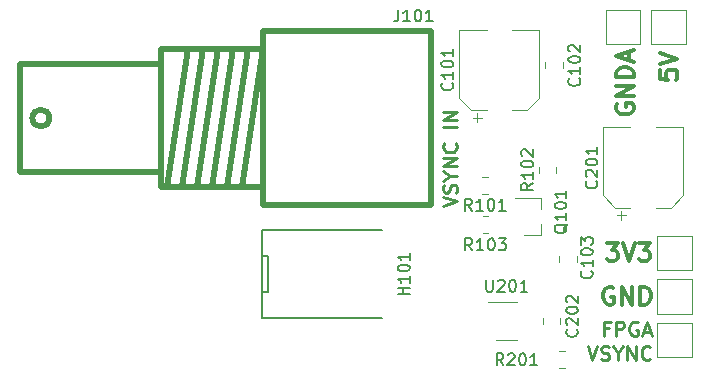
<source format=gbr>
%TF.GenerationSoftware,KiCad,Pcbnew,5.1.12-84ad8e8a86~92~ubuntu20.04.1*%
%TF.CreationDate,2022-06-17T21:56:11+02:00*%
%TF.ProjectId,bkm-68x-simple-hv-addon,626b6d2d-3638-4782-9d73-696d706c652d,rev?*%
%TF.SameCoordinates,Original*%
%TF.FileFunction,Legend,Top*%
%TF.FilePolarity,Positive*%
%FSLAX46Y46*%
G04 Gerber Fmt 4.6, Leading zero omitted, Abs format (unit mm)*
G04 Created by KiCad (PCBNEW 5.1.12-84ad8e8a86~92~ubuntu20.04.1) date 2022-06-17 21:56:11*
%MOMM*%
%LPD*%
G01*
G04 APERTURE LIST*
%ADD10C,0.250000*%
%ADD11C,0.300000*%
%ADD12C,0.120000*%
%ADD13C,0.500000*%
%ADD14C,0.200000*%
%ADD15C,0.150000*%
G04 APERTURE END LIST*
D10*
X109426457Y-132933614D02*
X110626457Y-132533614D01*
X109426457Y-132133614D01*
X110569314Y-131790757D02*
X110626457Y-131619328D01*
X110626457Y-131333614D01*
X110569314Y-131219328D01*
X110512171Y-131162185D01*
X110397885Y-131105042D01*
X110283600Y-131105042D01*
X110169314Y-131162185D01*
X110112171Y-131219328D01*
X110055028Y-131333614D01*
X109997885Y-131562185D01*
X109940742Y-131676471D01*
X109883600Y-131733614D01*
X109769314Y-131790757D01*
X109655028Y-131790757D01*
X109540742Y-131733614D01*
X109483600Y-131676471D01*
X109426457Y-131562185D01*
X109426457Y-131276471D01*
X109483600Y-131105042D01*
X110055028Y-130362185D02*
X110626457Y-130362185D01*
X109426457Y-130762185D02*
X110055028Y-130362185D01*
X109426457Y-129962185D01*
X110626457Y-129562185D02*
X109426457Y-129562185D01*
X110626457Y-128876471D01*
X109426457Y-128876471D01*
X110512171Y-127619328D02*
X110569314Y-127676471D01*
X110626457Y-127847900D01*
X110626457Y-127962185D01*
X110569314Y-128133614D01*
X110455028Y-128247900D01*
X110340742Y-128305042D01*
X110112171Y-128362185D01*
X109940742Y-128362185D01*
X109712171Y-128305042D01*
X109597885Y-128247900D01*
X109483600Y-128133614D01*
X109426457Y-127962185D01*
X109426457Y-127847900D01*
X109483600Y-127676471D01*
X109540742Y-127619328D01*
X110626457Y-126190757D02*
X109426457Y-126190757D01*
X110626457Y-125619328D02*
X109426457Y-125619328D01*
X110626457Y-124933614D01*
X109426457Y-124933614D01*
X123447071Y-143288285D02*
X123047071Y-143288285D01*
X123047071Y-143916857D02*
X123047071Y-142716857D01*
X123618500Y-142716857D01*
X124075642Y-143916857D02*
X124075642Y-142716857D01*
X124532785Y-142716857D01*
X124647071Y-142774000D01*
X124704214Y-142831142D01*
X124761357Y-142945428D01*
X124761357Y-143116857D01*
X124704214Y-143231142D01*
X124647071Y-143288285D01*
X124532785Y-143345428D01*
X124075642Y-143345428D01*
X125904214Y-142774000D02*
X125789928Y-142716857D01*
X125618500Y-142716857D01*
X125447071Y-142774000D01*
X125332785Y-142888285D01*
X125275642Y-143002571D01*
X125218500Y-143231142D01*
X125218500Y-143402571D01*
X125275642Y-143631142D01*
X125332785Y-143745428D01*
X125447071Y-143859714D01*
X125618500Y-143916857D01*
X125732785Y-143916857D01*
X125904214Y-143859714D01*
X125961357Y-143802571D01*
X125961357Y-143402571D01*
X125732785Y-143402571D01*
X126418500Y-143574000D02*
X126989928Y-143574000D01*
X126304214Y-143916857D02*
X126704214Y-142716857D01*
X127104214Y-143916857D01*
X121675642Y-144766857D02*
X122075642Y-145966857D01*
X122475642Y-144766857D01*
X122818500Y-145909714D02*
X122989928Y-145966857D01*
X123275642Y-145966857D01*
X123389928Y-145909714D01*
X123447071Y-145852571D01*
X123504214Y-145738285D01*
X123504214Y-145624000D01*
X123447071Y-145509714D01*
X123389928Y-145452571D01*
X123275642Y-145395428D01*
X123047071Y-145338285D01*
X122932785Y-145281142D01*
X122875642Y-145224000D01*
X122818500Y-145109714D01*
X122818500Y-144995428D01*
X122875642Y-144881142D01*
X122932785Y-144824000D01*
X123047071Y-144766857D01*
X123332785Y-144766857D01*
X123504214Y-144824000D01*
X124247071Y-145395428D02*
X124247071Y-145966857D01*
X123847071Y-144766857D02*
X124247071Y-145395428D01*
X124647071Y-144766857D01*
X125047071Y-145966857D02*
X125047071Y-144766857D01*
X125732785Y-145966857D01*
X125732785Y-144766857D01*
X126989928Y-145852571D02*
X126932785Y-145909714D01*
X126761357Y-145966857D01*
X126647071Y-145966857D01*
X126475642Y-145909714D01*
X126361357Y-145795428D01*
X126304214Y-145681142D01*
X126247071Y-145452571D01*
X126247071Y-145281142D01*
X126304214Y-145052571D01*
X126361357Y-144938285D01*
X126475642Y-144824000D01*
X126647071Y-144766857D01*
X126761357Y-144766857D01*
X126932785Y-144824000D01*
X126989928Y-144881142D01*
D11*
X123308228Y-136084571D02*
X124236800Y-136084571D01*
X123736800Y-136656000D01*
X123951085Y-136656000D01*
X124093942Y-136727428D01*
X124165371Y-136798857D01*
X124236800Y-136941714D01*
X124236800Y-137298857D01*
X124165371Y-137441714D01*
X124093942Y-137513142D01*
X123951085Y-137584571D01*
X123522514Y-137584571D01*
X123379657Y-137513142D01*
X123308228Y-137441714D01*
X124665371Y-136084571D02*
X125165371Y-137584571D01*
X125665371Y-136084571D01*
X126022514Y-136084571D02*
X126951085Y-136084571D01*
X126451085Y-136656000D01*
X126665371Y-136656000D01*
X126808228Y-136727428D01*
X126879657Y-136798857D01*
X126951085Y-136941714D01*
X126951085Y-137298857D01*
X126879657Y-137441714D01*
X126808228Y-137513142D01*
X126665371Y-137584571D01*
X126236800Y-137584571D01*
X126093942Y-137513142D01*
X126022514Y-137441714D01*
X123859028Y-139839000D02*
X123716171Y-139767571D01*
X123501885Y-139767571D01*
X123287600Y-139839000D01*
X123144742Y-139981857D01*
X123073314Y-140124714D01*
X123001885Y-140410428D01*
X123001885Y-140624714D01*
X123073314Y-140910428D01*
X123144742Y-141053285D01*
X123287600Y-141196142D01*
X123501885Y-141267571D01*
X123644742Y-141267571D01*
X123859028Y-141196142D01*
X123930457Y-141124714D01*
X123930457Y-140624714D01*
X123644742Y-140624714D01*
X124573314Y-141267571D02*
X124573314Y-139767571D01*
X125430457Y-141267571D01*
X125430457Y-139767571D01*
X126144742Y-141267571D02*
X126144742Y-139767571D01*
X126501885Y-139767571D01*
X126716171Y-139839000D01*
X126859028Y-139981857D01*
X126930457Y-140124714D01*
X127001885Y-140410428D01*
X127001885Y-140624714D01*
X126930457Y-140910428D01*
X126859028Y-141053285D01*
X126716171Y-141196142D01*
X126501885Y-141267571D01*
X126144742Y-141267571D01*
X124150000Y-124309285D02*
X124078571Y-124452142D01*
X124078571Y-124666428D01*
X124150000Y-124880714D01*
X124292857Y-125023571D01*
X124435714Y-125095000D01*
X124721428Y-125166428D01*
X124935714Y-125166428D01*
X125221428Y-125095000D01*
X125364285Y-125023571D01*
X125507142Y-124880714D01*
X125578571Y-124666428D01*
X125578571Y-124523571D01*
X125507142Y-124309285D01*
X125435714Y-124237857D01*
X124935714Y-124237857D01*
X124935714Y-124523571D01*
X125578571Y-123595000D02*
X124078571Y-123595000D01*
X125578571Y-122737857D01*
X124078571Y-122737857D01*
X125578571Y-122023571D02*
X124078571Y-122023571D01*
X124078571Y-121666428D01*
X124150000Y-121452142D01*
X124292857Y-121309285D01*
X124435714Y-121237857D01*
X124721428Y-121166428D01*
X124935714Y-121166428D01*
X125221428Y-121237857D01*
X125364285Y-121309285D01*
X125507142Y-121452142D01*
X125578571Y-121666428D01*
X125578571Y-122023571D01*
X125150000Y-120595000D02*
X125150000Y-119880714D01*
X125578571Y-120737857D02*
X124078571Y-120237857D01*
X125578571Y-119737857D01*
X127778571Y-121437857D02*
X127778571Y-122152142D01*
X128492857Y-122223571D01*
X128421428Y-122152142D01*
X128350000Y-122009285D01*
X128350000Y-121652142D01*
X128421428Y-121509285D01*
X128492857Y-121437857D01*
X128635714Y-121366428D01*
X128992857Y-121366428D01*
X129135714Y-121437857D01*
X129207142Y-121509285D01*
X129278571Y-121652142D01*
X129278571Y-122009285D01*
X129207142Y-122152142D01*
X129135714Y-122223571D01*
X127778571Y-120937857D02*
X129278571Y-120437857D01*
X127778571Y-119937857D01*
D12*
%TO.C,C202*%
X117883000Y-142359748D02*
X117883000Y-142882252D01*
X119353000Y-142359748D02*
X119353000Y-142882252D01*
D13*
%TO.C,J101*%
X76101621Y-125476000D02*
G75*
G03*
X76101621Y-125476000I-718420J0D01*
G01*
X73605201Y-125476000D02*
X73605201Y-130048000D01*
X73605201Y-130048000D02*
X85543201Y-130048000D01*
X73605201Y-125476000D02*
X73605201Y-120904000D01*
X73605201Y-120904000D02*
X85543201Y-120904000D01*
X92401201Y-131318000D02*
X94179201Y-119634000D01*
X91131201Y-131318000D02*
X92909201Y-119634000D01*
X89861201Y-131318000D02*
X91639201Y-119634000D01*
X88591201Y-131318000D02*
X90369201Y-119634000D01*
X87321201Y-131318000D02*
X89099201Y-119634000D01*
X86051201Y-131318000D02*
X87829201Y-119634000D01*
X94179201Y-131318000D02*
X85543201Y-131318000D01*
X85543201Y-131318000D02*
X85543201Y-119634000D01*
X85543201Y-119634000D02*
X94179201Y-119634000D01*
X108403201Y-132842000D02*
X108403201Y-118110000D01*
X108403201Y-118110000D02*
X94179201Y-118110000D01*
X94179201Y-118110000D02*
X94179201Y-132842000D01*
X94179201Y-132842000D02*
X108403201Y-132842000D01*
D12*
%TO.C,TP203*%
X127582000Y-142822000D02*
X130482000Y-142822000D01*
X130482000Y-142822000D02*
X130482000Y-145722000D01*
X130482000Y-145722000D02*
X127582000Y-145722000D01*
X127582000Y-145722000D02*
X127582000Y-142822000D01*
%TO.C,C201*%
X124123750Y-133710750D02*
X124911250Y-133710750D01*
X124517500Y-134104500D02*
X124517500Y-133317000D01*
X128710563Y-133077000D02*
X129775000Y-132012563D01*
X124019437Y-133077000D02*
X122955000Y-132012563D01*
X124019437Y-133077000D02*
X125305000Y-133077000D01*
X128710563Y-133077000D02*
X127425000Y-133077000D01*
X129775000Y-132012563D02*
X129775000Y-126257000D01*
X122955000Y-132012563D02*
X122955000Y-126257000D01*
X122955000Y-126257000D02*
X125305000Y-126257000D01*
X129775000Y-126257000D02*
X127425000Y-126257000D01*
%TO.C,C101*%
X117595700Y-117976600D02*
X115245700Y-117976600D01*
X110775700Y-117976600D02*
X113125700Y-117976600D01*
X110775700Y-123732163D02*
X110775700Y-117976600D01*
X117595700Y-123732163D02*
X117595700Y-117976600D01*
X116531263Y-124796600D02*
X115245700Y-124796600D01*
X111840137Y-124796600D02*
X113125700Y-124796600D01*
X111840137Y-124796600D02*
X110775700Y-123732163D01*
X116531263Y-124796600D02*
X117595700Y-123732163D01*
X112338200Y-125824100D02*
X112338200Y-125036600D01*
X111944450Y-125430350D02*
X112731950Y-125430350D01*
%TO.C,Q101*%
X117727000Y-135377400D02*
X117727000Y-134447400D01*
X117727000Y-132217400D02*
X117727000Y-133147400D01*
X117727000Y-132217400D02*
X115567000Y-132217400D01*
X117727000Y-135377400D02*
X116267000Y-135377400D01*
%TO.C,TP101*%
X127070000Y-119200000D02*
X127070000Y-116300000D01*
X129970000Y-119200000D02*
X127070000Y-119200000D01*
X129970000Y-116300000D02*
X129970000Y-119200000D01*
X127070000Y-116300000D02*
X129970000Y-116300000D01*
%TO.C,TP102*%
X123250000Y-116304400D02*
X126150000Y-116304400D01*
X126150000Y-116304400D02*
X126150000Y-119204400D01*
X126150000Y-119204400D02*
X123250000Y-119204400D01*
X123250000Y-119204400D02*
X123250000Y-116304400D01*
%TO.C,TP201*%
X127582000Y-138356000D02*
X127582000Y-135456000D01*
X130482000Y-138356000D02*
X127582000Y-138356000D01*
X130482000Y-135456000D02*
X130482000Y-138356000D01*
X127582000Y-135456000D02*
X130482000Y-135456000D01*
%TO.C,TP202*%
X127582000Y-139139000D02*
X130482000Y-139139000D01*
X130482000Y-139139000D02*
X130482000Y-142039000D01*
X130482000Y-142039000D02*
X127582000Y-142039000D01*
X127582000Y-142039000D02*
X127582000Y-139139000D01*
%TO.C,C102*%
X118086200Y-121254152D02*
X118086200Y-120731648D01*
X119556200Y-121254152D02*
X119556200Y-120731648D01*
%TO.C,R101*%
X113226964Y-130471600D02*
X112772836Y-130471600D01*
X113226964Y-131941600D02*
X112772836Y-131941600D01*
%TO.C,R102*%
X117522700Y-130087464D02*
X117522700Y-129633336D01*
X118992700Y-130087464D02*
X118992700Y-129633336D01*
%TO.C,R103*%
X112785536Y-135218200D02*
X113239664Y-135218200D01*
X112785536Y-133748200D02*
X113239664Y-133748200D01*
%TO.C,R201*%
X119279936Y-145188000D02*
X119734064Y-145188000D01*
X119279936Y-146658000D02*
X119734064Y-146658000D01*
D14*
%TO.C,H101*%
X94647000Y-137184000D02*
X94147000Y-137184000D01*
X94647000Y-140184000D02*
X94647000Y-137184000D01*
X94147000Y-140184000D02*
X94647000Y-140184000D01*
X94147000Y-134934000D02*
X94147000Y-142434000D01*
X99227000Y-134934000D02*
X94147000Y-134934000D01*
X104227000Y-134934000D02*
X99227000Y-134934000D01*
X99227000Y-142434000D02*
X94147000Y-142434000D01*
X104227000Y-142434000D02*
X99227000Y-142434000D01*
D12*
%TO.C,C103*%
X119280000Y-137675252D02*
X119280000Y-137152748D01*
X120750000Y-137675252D02*
X120750000Y-137152748D01*
%TO.C,U201*%
X113908000Y-144231000D02*
X115708000Y-144231000D01*
X115708000Y-141011000D02*
X113258000Y-141011000D01*
%TO.C,C202*%
D15*
X120753142Y-143359047D02*
X120800761Y-143406666D01*
X120848380Y-143549523D01*
X120848380Y-143644761D01*
X120800761Y-143787619D01*
X120705523Y-143882857D01*
X120610285Y-143930476D01*
X120419809Y-143978095D01*
X120276952Y-143978095D01*
X120086476Y-143930476D01*
X119991238Y-143882857D01*
X119896000Y-143787619D01*
X119848380Y-143644761D01*
X119848380Y-143549523D01*
X119896000Y-143406666D01*
X119943619Y-143359047D01*
X119943619Y-142978095D02*
X119896000Y-142930476D01*
X119848380Y-142835238D01*
X119848380Y-142597142D01*
X119896000Y-142501904D01*
X119943619Y-142454285D01*
X120038857Y-142406666D01*
X120134095Y-142406666D01*
X120276952Y-142454285D01*
X120848380Y-143025714D01*
X120848380Y-142406666D01*
X119848380Y-141787619D02*
X119848380Y-141692380D01*
X119896000Y-141597142D01*
X119943619Y-141549523D01*
X120038857Y-141501904D01*
X120229333Y-141454285D01*
X120467428Y-141454285D01*
X120657904Y-141501904D01*
X120753142Y-141549523D01*
X120800761Y-141597142D01*
X120848380Y-141692380D01*
X120848380Y-141787619D01*
X120800761Y-141882857D01*
X120753142Y-141930476D01*
X120657904Y-141978095D01*
X120467428Y-142025714D01*
X120229333Y-142025714D01*
X120038857Y-141978095D01*
X119943619Y-141930476D01*
X119896000Y-141882857D01*
X119848380Y-141787619D01*
X119943619Y-141073333D02*
X119896000Y-141025714D01*
X119848380Y-140930476D01*
X119848380Y-140692380D01*
X119896000Y-140597142D01*
X119943619Y-140549523D01*
X120038857Y-140501904D01*
X120134095Y-140501904D01*
X120276952Y-140549523D01*
X120848380Y-141120952D01*
X120848380Y-140501904D01*
%TO.C,J101*%
X105648285Y-116292380D02*
X105648285Y-117006666D01*
X105600666Y-117149523D01*
X105505428Y-117244761D01*
X105362571Y-117292380D01*
X105267333Y-117292380D01*
X106648285Y-117292380D02*
X106076857Y-117292380D01*
X106362571Y-117292380D02*
X106362571Y-116292380D01*
X106267333Y-116435238D01*
X106172095Y-116530476D01*
X106076857Y-116578095D01*
X107267333Y-116292380D02*
X107362571Y-116292380D01*
X107457809Y-116340000D01*
X107505428Y-116387619D01*
X107553047Y-116482857D01*
X107600666Y-116673333D01*
X107600666Y-116911428D01*
X107553047Y-117101904D01*
X107505428Y-117197142D01*
X107457809Y-117244761D01*
X107362571Y-117292380D01*
X107267333Y-117292380D01*
X107172095Y-117244761D01*
X107124476Y-117197142D01*
X107076857Y-117101904D01*
X107029238Y-116911428D01*
X107029238Y-116673333D01*
X107076857Y-116482857D01*
X107124476Y-116387619D01*
X107172095Y-116340000D01*
X107267333Y-116292380D01*
X108553047Y-117292380D02*
X107981619Y-117292380D01*
X108267333Y-117292380D02*
X108267333Y-116292380D01*
X108172095Y-116435238D01*
X108076857Y-116530476D01*
X107981619Y-116578095D01*
%TO.C,C201*%
X122404142Y-130811447D02*
X122451761Y-130859066D01*
X122499380Y-131001923D01*
X122499380Y-131097161D01*
X122451761Y-131240019D01*
X122356523Y-131335257D01*
X122261285Y-131382876D01*
X122070809Y-131430495D01*
X121927952Y-131430495D01*
X121737476Y-131382876D01*
X121642238Y-131335257D01*
X121547000Y-131240019D01*
X121499380Y-131097161D01*
X121499380Y-131001923D01*
X121547000Y-130859066D01*
X121594619Y-130811447D01*
X121594619Y-130430495D02*
X121547000Y-130382876D01*
X121499380Y-130287638D01*
X121499380Y-130049542D01*
X121547000Y-129954304D01*
X121594619Y-129906685D01*
X121689857Y-129859066D01*
X121785095Y-129859066D01*
X121927952Y-129906685D01*
X122499380Y-130478114D01*
X122499380Y-129859066D01*
X121499380Y-129240019D02*
X121499380Y-129144780D01*
X121547000Y-129049542D01*
X121594619Y-129001923D01*
X121689857Y-128954304D01*
X121880333Y-128906685D01*
X122118428Y-128906685D01*
X122308904Y-128954304D01*
X122404142Y-129001923D01*
X122451761Y-129049542D01*
X122499380Y-129144780D01*
X122499380Y-129240019D01*
X122451761Y-129335257D01*
X122404142Y-129382876D01*
X122308904Y-129430495D01*
X122118428Y-129478114D01*
X121880333Y-129478114D01*
X121689857Y-129430495D01*
X121594619Y-129382876D01*
X121547000Y-129335257D01*
X121499380Y-129240019D01*
X122499380Y-127954304D02*
X122499380Y-128525733D01*
X122499380Y-128240019D02*
X121499380Y-128240019D01*
X121642238Y-128335257D01*
X121737476Y-128430495D01*
X121785095Y-128525733D01*
%TO.C,C101*%
X110192842Y-122505647D02*
X110240461Y-122553266D01*
X110288080Y-122696123D01*
X110288080Y-122791361D01*
X110240461Y-122934219D01*
X110145223Y-123029457D01*
X110049985Y-123077076D01*
X109859509Y-123124695D01*
X109716652Y-123124695D01*
X109526176Y-123077076D01*
X109430938Y-123029457D01*
X109335700Y-122934219D01*
X109288080Y-122791361D01*
X109288080Y-122696123D01*
X109335700Y-122553266D01*
X109383319Y-122505647D01*
X110288080Y-121553266D02*
X110288080Y-122124695D01*
X110288080Y-121838980D02*
X109288080Y-121838980D01*
X109430938Y-121934219D01*
X109526176Y-122029457D01*
X109573795Y-122124695D01*
X109288080Y-120934219D02*
X109288080Y-120838980D01*
X109335700Y-120743742D01*
X109383319Y-120696123D01*
X109478557Y-120648504D01*
X109669033Y-120600885D01*
X109907128Y-120600885D01*
X110097604Y-120648504D01*
X110192842Y-120696123D01*
X110240461Y-120743742D01*
X110288080Y-120838980D01*
X110288080Y-120934219D01*
X110240461Y-121029457D01*
X110192842Y-121077076D01*
X110097604Y-121124695D01*
X109907128Y-121172314D01*
X109669033Y-121172314D01*
X109478557Y-121124695D01*
X109383319Y-121077076D01*
X109335700Y-121029457D01*
X109288080Y-120934219D01*
X110288080Y-119648504D02*
X110288080Y-120219933D01*
X110288080Y-119934219D02*
X109288080Y-119934219D01*
X109430938Y-120029457D01*
X109526176Y-120124695D01*
X109573795Y-120219933D01*
%TO.C,Q101*%
X119978419Y-134448419D02*
X119930800Y-134543657D01*
X119835561Y-134638895D01*
X119692704Y-134781752D01*
X119645085Y-134876990D01*
X119645085Y-134972228D01*
X119883180Y-134924609D02*
X119835561Y-135019847D01*
X119740323Y-135115085D01*
X119549847Y-135162704D01*
X119216514Y-135162704D01*
X119026038Y-135115085D01*
X118930800Y-135019847D01*
X118883180Y-134924609D01*
X118883180Y-134734133D01*
X118930800Y-134638895D01*
X119026038Y-134543657D01*
X119216514Y-134496038D01*
X119549847Y-134496038D01*
X119740323Y-134543657D01*
X119835561Y-134638895D01*
X119883180Y-134734133D01*
X119883180Y-134924609D01*
X119883180Y-133543657D02*
X119883180Y-134115085D01*
X119883180Y-133829371D02*
X118883180Y-133829371D01*
X119026038Y-133924609D01*
X119121276Y-134019847D01*
X119168895Y-134115085D01*
X118883180Y-132924609D02*
X118883180Y-132829371D01*
X118930800Y-132734133D01*
X118978419Y-132686514D01*
X119073657Y-132638895D01*
X119264133Y-132591276D01*
X119502228Y-132591276D01*
X119692704Y-132638895D01*
X119787942Y-132686514D01*
X119835561Y-132734133D01*
X119883180Y-132829371D01*
X119883180Y-132924609D01*
X119835561Y-133019847D01*
X119787942Y-133067466D01*
X119692704Y-133115085D01*
X119502228Y-133162704D01*
X119264133Y-133162704D01*
X119073657Y-133115085D01*
X118978419Y-133067466D01*
X118930800Y-133019847D01*
X118883180Y-132924609D01*
X119883180Y-131638895D02*
X119883180Y-132210323D01*
X119883180Y-131924609D02*
X118883180Y-131924609D01*
X119026038Y-132019847D01*
X119121276Y-132115085D01*
X119168895Y-132210323D01*
%TO.C,C102*%
X120957142Y-122119047D02*
X121004761Y-122166666D01*
X121052380Y-122309523D01*
X121052380Y-122404761D01*
X121004761Y-122547619D01*
X120909523Y-122642857D01*
X120814285Y-122690476D01*
X120623809Y-122738095D01*
X120480952Y-122738095D01*
X120290476Y-122690476D01*
X120195238Y-122642857D01*
X120100000Y-122547619D01*
X120052380Y-122404761D01*
X120052380Y-122309523D01*
X120100000Y-122166666D01*
X120147619Y-122119047D01*
X121052380Y-121166666D02*
X121052380Y-121738095D01*
X121052380Y-121452380D02*
X120052380Y-121452380D01*
X120195238Y-121547619D01*
X120290476Y-121642857D01*
X120338095Y-121738095D01*
X120052380Y-120547619D02*
X120052380Y-120452380D01*
X120100000Y-120357142D01*
X120147619Y-120309523D01*
X120242857Y-120261904D01*
X120433333Y-120214285D01*
X120671428Y-120214285D01*
X120861904Y-120261904D01*
X120957142Y-120309523D01*
X121004761Y-120357142D01*
X121052380Y-120452380D01*
X121052380Y-120547619D01*
X121004761Y-120642857D01*
X120957142Y-120690476D01*
X120861904Y-120738095D01*
X120671428Y-120785714D01*
X120433333Y-120785714D01*
X120242857Y-120738095D01*
X120147619Y-120690476D01*
X120100000Y-120642857D01*
X120052380Y-120547619D01*
X120147619Y-119833333D02*
X120100000Y-119785714D01*
X120052380Y-119690476D01*
X120052380Y-119452380D01*
X120100000Y-119357142D01*
X120147619Y-119309523D01*
X120242857Y-119261904D01*
X120338095Y-119261904D01*
X120480952Y-119309523D01*
X121052380Y-119880952D01*
X121052380Y-119261904D01*
%TO.C,R101*%
X111880852Y-133308980D02*
X111547519Y-132832790D01*
X111309423Y-133308980D02*
X111309423Y-132308980D01*
X111690376Y-132308980D01*
X111785614Y-132356600D01*
X111833233Y-132404219D01*
X111880852Y-132499457D01*
X111880852Y-132642314D01*
X111833233Y-132737552D01*
X111785614Y-132785171D01*
X111690376Y-132832790D01*
X111309423Y-132832790D01*
X112833233Y-133308980D02*
X112261804Y-133308980D01*
X112547519Y-133308980D02*
X112547519Y-132308980D01*
X112452280Y-132451838D01*
X112357042Y-132547076D01*
X112261804Y-132594695D01*
X113452280Y-132308980D02*
X113547519Y-132308980D01*
X113642757Y-132356600D01*
X113690376Y-132404219D01*
X113737995Y-132499457D01*
X113785614Y-132689933D01*
X113785614Y-132928028D01*
X113737995Y-133118504D01*
X113690376Y-133213742D01*
X113642757Y-133261361D01*
X113547519Y-133308980D01*
X113452280Y-133308980D01*
X113357042Y-133261361D01*
X113309423Y-133213742D01*
X113261804Y-133118504D01*
X113214185Y-132928028D01*
X113214185Y-132689933D01*
X113261804Y-132499457D01*
X113309423Y-132404219D01*
X113357042Y-132356600D01*
X113452280Y-132308980D01*
X114737995Y-133308980D02*
X114166566Y-133308980D01*
X114452280Y-133308980D02*
X114452280Y-132308980D01*
X114357042Y-132451838D01*
X114261804Y-132547076D01*
X114166566Y-132594695D01*
%TO.C,R102*%
X117060080Y-130979447D02*
X116583890Y-131312780D01*
X117060080Y-131550876D02*
X116060080Y-131550876D01*
X116060080Y-131169923D01*
X116107700Y-131074685D01*
X116155319Y-131027066D01*
X116250557Y-130979447D01*
X116393414Y-130979447D01*
X116488652Y-131027066D01*
X116536271Y-131074685D01*
X116583890Y-131169923D01*
X116583890Y-131550876D01*
X117060080Y-130027066D02*
X117060080Y-130598495D01*
X117060080Y-130312780D02*
X116060080Y-130312780D01*
X116202938Y-130408019D01*
X116298176Y-130503257D01*
X116345795Y-130598495D01*
X116060080Y-129408019D02*
X116060080Y-129312780D01*
X116107700Y-129217542D01*
X116155319Y-129169923D01*
X116250557Y-129122304D01*
X116441033Y-129074685D01*
X116679128Y-129074685D01*
X116869604Y-129122304D01*
X116964842Y-129169923D01*
X117012461Y-129217542D01*
X117060080Y-129312780D01*
X117060080Y-129408019D01*
X117012461Y-129503257D01*
X116964842Y-129550876D01*
X116869604Y-129598495D01*
X116679128Y-129646114D01*
X116441033Y-129646114D01*
X116250557Y-129598495D01*
X116155319Y-129550876D01*
X116107700Y-129503257D01*
X116060080Y-129408019D01*
X116155319Y-128693733D02*
X116107700Y-128646114D01*
X116060080Y-128550876D01*
X116060080Y-128312780D01*
X116107700Y-128217542D01*
X116155319Y-128169923D01*
X116250557Y-128122304D01*
X116345795Y-128122304D01*
X116488652Y-128169923D01*
X117060080Y-128741352D01*
X117060080Y-128122304D01*
%TO.C,R103*%
X111893552Y-136662780D02*
X111560219Y-136186590D01*
X111322123Y-136662780D02*
X111322123Y-135662780D01*
X111703076Y-135662780D01*
X111798314Y-135710400D01*
X111845933Y-135758019D01*
X111893552Y-135853257D01*
X111893552Y-135996114D01*
X111845933Y-136091352D01*
X111798314Y-136138971D01*
X111703076Y-136186590D01*
X111322123Y-136186590D01*
X112845933Y-136662780D02*
X112274504Y-136662780D01*
X112560219Y-136662780D02*
X112560219Y-135662780D01*
X112464980Y-135805638D01*
X112369742Y-135900876D01*
X112274504Y-135948495D01*
X113464980Y-135662780D02*
X113560219Y-135662780D01*
X113655457Y-135710400D01*
X113703076Y-135758019D01*
X113750695Y-135853257D01*
X113798314Y-136043733D01*
X113798314Y-136281828D01*
X113750695Y-136472304D01*
X113703076Y-136567542D01*
X113655457Y-136615161D01*
X113560219Y-136662780D01*
X113464980Y-136662780D01*
X113369742Y-136615161D01*
X113322123Y-136567542D01*
X113274504Y-136472304D01*
X113226885Y-136281828D01*
X113226885Y-136043733D01*
X113274504Y-135853257D01*
X113322123Y-135758019D01*
X113369742Y-135710400D01*
X113464980Y-135662780D01*
X114131647Y-135662780D02*
X114750695Y-135662780D01*
X114417361Y-136043733D01*
X114560219Y-136043733D01*
X114655457Y-136091352D01*
X114703076Y-136138971D01*
X114750695Y-136234209D01*
X114750695Y-136472304D01*
X114703076Y-136567542D01*
X114655457Y-136615161D01*
X114560219Y-136662780D01*
X114274504Y-136662780D01*
X114179266Y-136615161D01*
X114131647Y-136567542D01*
%TO.C,R201*%
X114552952Y-146400780D02*
X114219619Y-145924590D01*
X113981523Y-146400780D02*
X113981523Y-145400780D01*
X114362476Y-145400780D01*
X114457714Y-145448400D01*
X114505333Y-145496019D01*
X114552952Y-145591257D01*
X114552952Y-145734114D01*
X114505333Y-145829352D01*
X114457714Y-145876971D01*
X114362476Y-145924590D01*
X113981523Y-145924590D01*
X114933904Y-145496019D02*
X114981523Y-145448400D01*
X115076761Y-145400780D01*
X115314857Y-145400780D01*
X115410095Y-145448400D01*
X115457714Y-145496019D01*
X115505333Y-145591257D01*
X115505333Y-145686495D01*
X115457714Y-145829352D01*
X114886285Y-146400780D01*
X115505333Y-146400780D01*
X116124380Y-145400780D02*
X116219619Y-145400780D01*
X116314857Y-145448400D01*
X116362476Y-145496019D01*
X116410095Y-145591257D01*
X116457714Y-145781733D01*
X116457714Y-146019828D01*
X116410095Y-146210304D01*
X116362476Y-146305542D01*
X116314857Y-146353161D01*
X116219619Y-146400780D01*
X116124380Y-146400780D01*
X116029142Y-146353161D01*
X115981523Y-146305542D01*
X115933904Y-146210304D01*
X115886285Y-146019828D01*
X115886285Y-145781733D01*
X115933904Y-145591257D01*
X115981523Y-145496019D01*
X116029142Y-145448400D01*
X116124380Y-145400780D01*
X117410095Y-146400780D02*
X116838666Y-146400780D01*
X117124380Y-146400780D02*
X117124380Y-145400780D01*
X117029142Y-145543638D01*
X116933904Y-145638876D01*
X116838666Y-145686495D01*
%TO.C,H101*%
X106598980Y-140398285D02*
X105598980Y-140398285D01*
X106075171Y-140398285D02*
X106075171Y-139826857D01*
X106598980Y-139826857D02*
X105598980Y-139826857D01*
X106598980Y-138826857D02*
X106598980Y-139398285D01*
X106598980Y-139112571D02*
X105598980Y-139112571D01*
X105741838Y-139207809D01*
X105837076Y-139303047D01*
X105884695Y-139398285D01*
X105598980Y-138207809D02*
X105598980Y-138112571D01*
X105646600Y-138017333D01*
X105694219Y-137969714D01*
X105789457Y-137922095D01*
X105979933Y-137874476D01*
X106218028Y-137874476D01*
X106408504Y-137922095D01*
X106503742Y-137969714D01*
X106551361Y-138017333D01*
X106598980Y-138112571D01*
X106598980Y-138207809D01*
X106551361Y-138303047D01*
X106503742Y-138350666D01*
X106408504Y-138398285D01*
X106218028Y-138445904D01*
X105979933Y-138445904D01*
X105789457Y-138398285D01*
X105694219Y-138350666D01*
X105646600Y-138303047D01*
X105598980Y-138207809D01*
X106598980Y-136922095D02*
X106598980Y-137493523D01*
X106598980Y-137207809D02*
X105598980Y-137207809D01*
X105741838Y-137303047D01*
X105837076Y-137398285D01*
X105884695Y-137493523D01*
%TO.C,C103*%
X121994742Y-138418047D02*
X122042361Y-138465666D01*
X122089980Y-138608523D01*
X122089980Y-138703761D01*
X122042361Y-138846619D01*
X121947123Y-138941857D01*
X121851885Y-138989476D01*
X121661409Y-139037095D01*
X121518552Y-139037095D01*
X121328076Y-138989476D01*
X121232838Y-138941857D01*
X121137600Y-138846619D01*
X121089980Y-138703761D01*
X121089980Y-138608523D01*
X121137600Y-138465666D01*
X121185219Y-138418047D01*
X122089980Y-137465666D02*
X122089980Y-138037095D01*
X122089980Y-137751380D02*
X121089980Y-137751380D01*
X121232838Y-137846619D01*
X121328076Y-137941857D01*
X121375695Y-138037095D01*
X121089980Y-136846619D02*
X121089980Y-136751380D01*
X121137600Y-136656142D01*
X121185219Y-136608523D01*
X121280457Y-136560904D01*
X121470933Y-136513285D01*
X121709028Y-136513285D01*
X121899504Y-136560904D01*
X121994742Y-136608523D01*
X122042361Y-136656142D01*
X122089980Y-136751380D01*
X122089980Y-136846619D01*
X122042361Y-136941857D01*
X121994742Y-136989476D01*
X121899504Y-137037095D01*
X121709028Y-137084714D01*
X121470933Y-137084714D01*
X121280457Y-137037095D01*
X121185219Y-136989476D01*
X121137600Y-136941857D01*
X121089980Y-136846619D01*
X121089980Y-136179952D02*
X121089980Y-135560904D01*
X121470933Y-135894238D01*
X121470933Y-135751380D01*
X121518552Y-135656142D01*
X121566171Y-135608523D01*
X121661409Y-135560904D01*
X121899504Y-135560904D01*
X121994742Y-135608523D01*
X122042361Y-135656142D01*
X122089980Y-135751380D01*
X122089980Y-136037095D01*
X122042361Y-136132333D01*
X121994742Y-136179952D01*
%TO.C,U201*%
X113093714Y-139173380D02*
X113093714Y-139982904D01*
X113141333Y-140078142D01*
X113188952Y-140125761D01*
X113284190Y-140173380D01*
X113474666Y-140173380D01*
X113569904Y-140125761D01*
X113617523Y-140078142D01*
X113665142Y-139982904D01*
X113665142Y-139173380D01*
X114093714Y-139268619D02*
X114141333Y-139221000D01*
X114236571Y-139173380D01*
X114474666Y-139173380D01*
X114569904Y-139221000D01*
X114617523Y-139268619D01*
X114665142Y-139363857D01*
X114665142Y-139459095D01*
X114617523Y-139601952D01*
X114046095Y-140173380D01*
X114665142Y-140173380D01*
X115284190Y-139173380D02*
X115379428Y-139173380D01*
X115474666Y-139221000D01*
X115522285Y-139268619D01*
X115569904Y-139363857D01*
X115617523Y-139554333D01*
X115617523Y-139792428D01*
X115569904Y-139982904D01*
X115522285Y-140078142D01*
X115474666Y-140125761D01*
X115379428Y-140173380D01*
X115284190Y-140173380D01*
X115188952Y-140125761D01*
X115141333Y-140078142D01*
X115093714Y-139982904D01*
X115046095Y-139792428D01*
X115046095Y-139554333D01*
X115093714Y-139363857D01*
X115141333Y-139268619D01*
X115188952Y-139221000D01*
X115284190Y-139173380D01*
X116569904Y-140173380D02*
X115998476Y-140173380D01*
X116284190Y-140173380D02*
X116284190Y-139173380D01*
X116188952Y-139316238D01*
X116093714Y-139411476D01*
X115998476Y-139459095D01*
%TD*%
M02*

</source>
